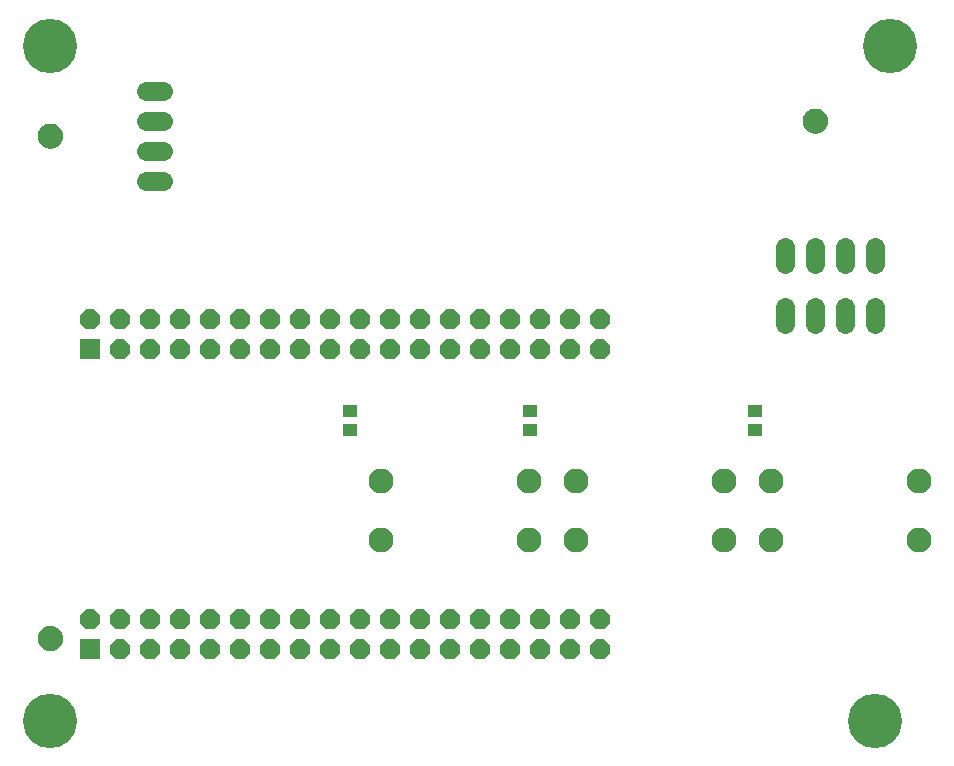
<source format=gbr>
G04 EAGLE Gerber RS-274X export*
G75*
%MOMM*%
%FSLAX34Y34*%
%LPD*%
%INSoldermask Bottom*%
%IPPOS*%
%AMOC8*
5,1,8,0,0,1.08239X$1,22.5*%
G01*
%ADD10C,0.609600*%
%ADD11C,1.168400*%
%ADD12C,4.597400*%
%ADD13R,1.183641X1.102359*%
%ADD14C,2.112400*%
%ADD15R,1.676400X1.676400*%
%ADD16P,1.814519X8X22.500000*%
%ADD17C,1.574800*%


D10*
X55880Y539750D02*
X55882Y539937D01*
X55889Y540124D01*
X55901Y540311D01*
X55917Y540497D01*
X55937Y540683D01*
X55962Y540868D01*
X55992Y541053D01*
X56026Y541237D01*
X56065Y541420D01*
X56108Y541602D01*
X56156Y541782D01*
X56208Y541962D01*
X56265Y542140D01*
X56325Y542317D01*
X56391Y542492D01*
X56460Y542666D01*
X56534Y542838D01*
X56612Y543008D01*
X56694Y543176D01*
X56780Y543342D01*
X56870Y543506D01*
X56964Y543667D01*
X57062Y543827D01*
X57164Y543983D01*
X57270Y544138D01*
X57380Y544289D01*
X57493Y544438D01*
X57610Y544584D01*
X57730Y544727D01*
X57854Y544867D01*
X57981Y545004D01*
X58112Y545138D01*
X58246Y545269D01*
X58383Y545396D01*
X58523Y545520D01*
X58666Y545640D01*
X58812Y545757D01*
X58961Y545870D01*
X59112Y545980D01*
X59267Y546086D01*
X59423Y546188D01*
X59583Y546286D01*
X59744Y546380D01*
X59908Y546470D01*
X60074Y546556D01*
X60242Y546638D01*
X60412Y546716D01*
X60584Y546790D01*
X60758Y546859D01*
X60933Y546925D01*
X61110Y546985D01*
X61288Y547042D01*
X61468Y547094D01*
X61648Y547142D01*
X61830Y547185D01*
X62013Y547224D01*
X62197Y547258D01*
X62382Y547288D01*
X62567Y547313D01*
X62753Y547333D01*
X62939Y547349D01*
X63126Y547361D01*
X63313Y547368D01*
X63500Y547370D01*
X63687Y547368D01*
X63874Y547361D01*
X64061Y547349D01*
X64247Y547333D01*
X64433Y547313D01*
X64618Y547288D01*
X64803Y547258D01*
X64987Y547224D01*
X65170Y547185D01*
X65352Y547142D01*
X65532Y547094D01*
X65712Y547042D01*
X65890Y546985D01*
X66067Y546925D01*
X66242Y546859D01*
X66416Y546790D01*
X66588Y546716D01*
X66758Y546638D01*
X66926Y546556D01*
X67092Y546470D01*
X67256Y546380D01*
X67417Y546286D01*
X67577Y546188D01*
X67733Y546086D01*
X67888Y545980D01*
X68039Y545870D01*
X68188Y545757D01*
X68334Y545640D01*
X68477Y545520D01*
X68617Y545396D01*
X68754Y545269D01*
X68888Y545138D01*
X69019Y545004D01*
X69146Y544867D01*
X69270Y544727D01*
X69390Y544584D01*
X69507Y544438D01*
X69620Y544289D01*
X69730Y544138D01*
X69836Y543983D01*
X69938Y543827D01*
X70036Y543667D01*
X70130Y543506D01*
X70220Y543342D01*
X70306Y543176D01*
X70388Y543008D01*
X70466Y542838D01*
X70540Y542666D01*
X70609Y542492D01*
X70675Y542317D01*
X70735Y542140D01*
X70792Y541962D01*
X70844Y541782D01*
X70892Y541602D01*
X70935Y541420D01*
X70974Y541237D01*
X71008Y541053D01*
X71038Y540868D01*
X71063Y540683D01*
X71083Y540497D01*
X71099Y540311D01*
X71111Y540124D01*
X71118Y539937D01*
X71120Y539750D01*
X71118Y539563D01*
X71111Y539376D01*
X71099Y539189D01*
X71083Y539003D01*
X71063Y538817D01*
X71038Y538632D01*
X71008Y538447D01*
X70974Y538263D01*
X70935Y538080D01*
X70892Y537898D01*
X70844Y537718D01*
X70792Y537538D01*
X70735Y537360D01*
X70675Y537183D01*
X70609Y537008D01*
X70540Y536834D01*
X70466Y536662D01*
X70388Y536492D01*
X70306Y536324D01*
X70220Y536158D01*
X70130Y535994D01*
X70036Y535833D01*
X69938Y535673D01*
X69836Y535517D01*
X69730Y535362D01*
X69620Y535211D01*
X69507Y535062D01*
X69390Y534916D01*
X69270Y534773D01*
X69146Y534633D01*
X69019Y534496D01*
X68888Y534362D01*
X68754Y534231D01*
X68617Y534104D01*
X68477Y533980D01*
X68334Y533860D01*
X68188Y533743D01*
X68039Y533630D01*
X67888Y533520D01*
X67733Y533414D01*
X67577Y533312D01*
X67417Y533214D01*
X67256Y533120D01*
X67092Y533030D01*
X66926Y532944D01*
X66758Y532862D01*
X66588Y532784D01*
X66416Y532710D01*
X66242Y532641D01*
X66067Y532575D01*
X65890Y532515D01*
X65712Y532458D01*
X65532Y532406D01*
X65352Y532358D01*
X65170Y532315D01*
X64987Y532276D01*
X64803Y532242D01*
X64618Y532212D01*
X64433Y532187D01*
X64247Y532167D01*
X64061Y532151D01*
X63874Y532139D01*
X63687Y532132D01*
X63500Y532130D01*
X63313Y532132D01*
X63126Y532139D01*
X62939Y532151D01*
X62753Y532167D01*
X62567Y532187D01*
X62382Y532212D01*
X62197Y532242D01*
X62013Y532276D01*
X61830Y532315D01*
X61648Y532358D01*
X61468Y532406D01*
X61288Y532458D01*
X61110Y532515D01*
X60933Y532575D01*
X60758Y532641D01*
X60584Y532710D01*
X60412Y532784D01*
X60242Y532862D01*
X60074Y532944D01*
X59908Y533030D01*
X59744Y533120D01*
X59583Y533214D01*
X59423Y533312D01*
X59267Y533414D01*
X59112Y533520D01*
X58961Y533630D01*
X58812Y533743D01*
X58666Y533860D01*
X58523Y533980D01*
X58383Y534104D01*
X58246Y534231D01*
X58112Y534362D01*
X57981Y534496D01*
X57854Y534633D01*
X57730Y534773D01*
X57610Y534916D01*
X57493Y535062D01*
X57380Y535211D01*
X57270Y535362D01*
X57164Y535517D01*
X57062Y535673D01*
X56964Y535833D01*
X56870Y535994D01*
X56780Y536158D01*
X56694Y536324D01*
X56612Y536492D01*
X56534Y536662D01*
X56460Y536834D01*
X56391Y537008D01*
X56325Y537183D01*
X56265Y537360D01*
X56208Y537538D01*
X56156Y537718D01*
X56108Y537898D01*
X56065Y538080D01*
X56026Y538263D01*
X55992Y538447D01*
X55962Y538632D01*
X55937Y538817D01*
X55917Y539003D01*
X55901Y539189D01*
X55889Y539376D01*
X55882Y539563D01*
X55880Y539750D01*
D11*
X63500Y539750D03*
D10*
X55880Y114300D02*
X55882Y114487D01*
X55889Y114674D01*
X55901Y114861D01*
X55917Y115047D01*
X55937Y115233D01*
X55962Y115418D01*
X55992Y115603D01*
X56026Y115787D01*
X56065Y115970D01*
X56108Y116152D01*
X56156Y116332D01*
X56208Y116512D01*
X56265Y116690D01*
X56325Y116867D01*
X56391Y117042D01*
X56460Y117216D01*
X56534Y117388D01*
X56612Y117558D01*
X56694Y117726D01*
X56780Y117892D01*
X56870Y118056D01*
X56964Y118217D01*
X57062Y118377D01*
X57164Y118533D01*
X57270Y118688D01*
X57380Y118839D01*
X57493Y118988D01*
X57610Y119134D01*
X57730Y119277D01*
X57854Y119417D01*
X57981Y119554D01*
X58112Y119688D01*
X58246Y119819D01*
X58383Y119946D01*
X58523Y120070D01*
X58666Y120190D01*
X58812Y120307D01*
X58961Y120420D01*
X59112Y120530D01*
X59267Y120636D01*
X59423Y120738D01*
X59583Y120836D01*
X59744Y120930D01*
X59908Y121020D01*
X60074Y121106D01*
X60242Y121188D01*
X60412Y121266D01*
X60584Y121340D01*
X60758Y121409D01*
X60933Y121475D01*
X61110Y121535D01*
X61288Y121592D01*
X61468Y121644D01*
X61648Y121692D01*
X61830Y121735D01*
X62013Y121774D01*
X62197Y121808D01*
X62382Y121838D01*
X62567Y121863D01*
X62753Y121883D01*
X62939Y121899D01*
X63126Y121911D01*
X63313Y121918D01*
X63500Y121920D01*
X63687Y121918D01*
X63874Y121911D01*
X64061Y121899D01*
X64247Y121883D01*
X64433Y121863D01*
X64618Y121838D01*
X64803Y121808D01*
X64987Y121774D01*
X65170Y121735D01*
X65352Y121692D01*
X65532Y121644D01*
X65712Y121592D01*
X65890Y121535D01*
X66067Y121475D01*
X66242Y121409D01*
X66416Y121340D01*
X66588Y121266D01*
X66758Y121188D01*
X66926Y121106D01*
X67092Y121020D01*
X67256Y120930D01*
X67417Y120836D01*
X67577Y120738D01*
X67733Y120636D01*
X67888Y120530D01*
X68039Y120420D01*
X68188Y120307D01*
X68334Y120190D01*
X68477Y120070D01*
X68617Y119946D01*
X68754Y119819D01*
X68888Y119688D01*
X69019Y119554D01*
X69146Y119417D01*
X69270Y119277D01*
X69390Y119134D01*
X69507Y118988D01*
X69620Y118839D01*
X69730Y118688D01*
X69836Y118533D01*
X69938Y118377D01*
X70036Y118217D01*
X70130Y118056D01*
X70220Y117892D01*
X70306Y117726D01*
X70388Y117558D01*
X70466Y117388D01*
X70540Y117216D01*
X70609Y117042D01*
X70675Y116867D01*
X70735Y116690D01*
X70792Y116512D01*
X70844Y116332D01*
X70892Y116152D01*
X70935Y115970D01*
X70974Y115787D01*
X71008Y115603D01*
X71038Y115418D01*
X71063Y115233D01*
X71083Y115047D01*
X71099Y114861D01*
X71111Y114674D01*
X71118Y114487D01*
X71120Y114300D01*
X71118Y114113D01*
X71111Y113926D01*
X71099Y113739D01*
X71083Y113553D01*
X71063Y113367D01*
X71038Y113182D01*
X71008Y112997D01*
X70974Y112813D01*
X70935Y112630D01*
X70892Y112448D01*
X70844Y112268D01*
X70792Y112088D01*
X70735Y111910D01*
X70675Y111733D01*
X70609Y111558D01*
X70540Y111384D01*
X70466Y111212D01*
X70388Y111042D01*
X70306Y110874D01*
X70220Y110708D01*
X70130Y110544D01*
X70036Y110383D01*
X69938Y110223D01*
X69836Y110067D01*
X69730Y109912D01*
X69620Y109761D01*
X69507Y109612D01*
X69390Y109466D01*
X69270Y109323D01*
X69146Y109183D01*
X69019Y109046D01*
X68888Y108912D01*
X68754Y108781D01*
X68617Y108654D01*
X68477Y108530D01*
X68334Y108410D01*
X68188Y108293D01*
X68039Y108180D01*
X67888Y108070D01*
X67733Y107964D01*
X67577Y107862D01*
X67417Y107764D01*
X67256Y107670D01*
X67092Y107580D01*
X66926Y107494D01*
X66758Y107412D01*
X66588Y107334D01*
X66416Y107260D01*
X66242Y107191D01*
X66067Y107125D01*
X65890Y107065D01*
X65712Y107008D01*
X65532Y106956D01*
X65352Y106908D01*
X65170Y106865D01*
X64987Y106826D01*
X64803Y106792D01*
X64618Y106762D01*
X64433Y106737D01*
X64247Y106717D01*
X64061Y106701D01*
X63874Y106689D01*
X63687Y106682D01*
X63500Y106680D01*
X63313Y106682D01*
X63126Y106689D01*
X62939Y106701D01*
X62753Y106717D01*
X62567Y106737D01*
X62382Y106762D01*
X62197Y106792D01*
X62013Y106826D01*
X61830Y106865D01*
X61648Y106908D01*
X61468Y106956D01*
X61288Y107008D01*
X61110Y107065D01*
X60933Y107125D01*
X60758Y107191D01*
X60584Y107260D01*
X60412Y107334D01*
X60242Y107412D01*
X60074Y107494D01*
X59908Y107580D01*
X59744Y107670D01*
X59583Y107764D01*
X59423Y107862D01*
X59267Y107964D01*
X59112Y108070D01*
X58961Y108180D01*
X58812Y108293D01*
X58666Y108410D01*
X58523Y108530D01*
X58383Y108654D01*
X58246Y108781D01*
X58112Y108912D01*
X57981Y109046D01*
X57854Y109183D01*
X57730Y109323D01*
X57610Y109466D01*
X57493Y109612D01*
X57380Y109761D01*
X57270Y109912D01*
X57164Y110067D01*
X57062Y110223D01*
X56964Y110383D01*
X56870Y110544D01*
X56780Y110708D01*
X56694Y110874D01*
X56612Y111042D01*
X56534Y111212D01*
X56460Y111384D01*
X56391Y111558D01*
X56325Y111733D01*
X56265Y111910D01*
X56208Y112088D01*
X56156Y112268D01*
X56108Y112448D01*
X56065Y112630D01*
X56026Y112813D01*
X55992Y112997D01*
X55962Y113182D01*
X55937Y113367D01*
X55917Y113553D01*
X55901Y113739D01*
X55889Y113926D01*
X55882Y114113D01*
X55880Y114300D01*
D11*
X63500Y114300D03*
D10*
X703580Y552450D02*
X703582Y552637D01*
X703589Y552824D01*
X703601Y553011D01*
X703617Y553197D01*
X703637Y553383D01*
X703662Y553568D01*
X703692Y553753D01*
X703726Y553937D01*
X703765Y554120D01*
X703808Y554302D01*
X703856Y554482D01*
X703908Y554662D01*
X703965Y554840D01*
X704025Y555017D01*
X704091Y555192D01*
X704160Y555366D01*
X704234Y555538D01*
X704312Y555708D01*
X704394Y555876D01*
X704480Y556042D01*
X704570Y556206D01*
X704664Y556367D01*
X704762Y556527D01*
X704864Y556683D01*
X704970Y556838D01*
X705080Y556989D01*
X705193Y557138D01*
X705310Y557284D01*
X705430Y557427D01*
X705554Y557567D01*
X705681Y557704D01*
X705812Y557838D01*
X705946Y557969D01*
X706083Y558096D01*
X706223Y558220D01*
X706366Y558340D01*
X706512Y558457D01*
X706661Y558570D01*
X706812Y558680D01*
X706967Y558786D01*
X707123Y558888D01*
X707283Y558986D01*
X707444Y559080D01*
X707608Y559170D01*
X707774Y559256D01*
X707942Y559338D01*
X708112Y559416D01*
X708284Y559490D01*
X708458Y559559D01*
X708633Y559625D01*
X708810Y559685D01*
X708988Y559742D01*
X709168Y559794D01*
X709348Y559842D01*
X709530Y559885D01*
X709713Y559924D01*
X709897Y559958D01*
X710082Y559988D01*
X710267Y560013D01*
X710453Y560033D01*
X710639Y560049D01*
X710826Y560061D01*
X711013Y560068D01*
X711200Y560070D01*
X711387Y560068D01*
X711574Y560061D01*
X711761Y560049D01*
X711947Y560033D01*
X712133Y560013D01*
X712318Y559988D01*
X712503Y559958D01*
X712687Y559924D01*
X712870Y559885D01*
X713052Y559842D01*
X713232Y559794D01*
X713412Y559742D01*
X713590Y559685D01*
X713767Y559625D01*
X713942Y559559D01*
X714116Y559490D01*
X714288Y559416D01*
X714458Y559338D01*
X714626Y559256D01*
X714792Y559170D01*
X714956Y559080D01*
X715117Y558986D01*
X715277Y558888D01*
X715433Y558786D01*
X715588Y558680D01*
X715739Y558570D01*
X715888Y558457D01*
X716034Y558340D01*
X716177Y558220D01*
X716317Y558096D01*
X716454Y557969D01*
X716588Y557838D01*
X716719Y557704D01*
X716846Y557567D01*
X716970Y557427D01*
X717090Y557284D01*
X717207Y557138D01*
X717320Y556989D01*
X717430Y556838D01*
X717536Y556683D01*
X717638Y556527D01*
X717736Y556367D01*
X717830Y556206D01*
X717920Y556042D01*
X718006Y555876D01*
X718088Y555708D01*
X718166Y555538D01*
X718240Y555366D01*
X718309Y555192D01*
X718375Y555017D01*
X718435Y554840D01*
X718492Y554662D01*
X718544Y554482D01*
X718592Y554302D01*
X718635Y554120D01*
X718674Y553937D01*
X718708Y553753D01*
X718738Y553568D01*
X718763Y553383D01*
X718783Y553197D01*
X718799Y553011D01*
X718811Y552824D01*
X718818Y552637D01*
X718820Y552450D01*
X718818Y552263D01*
X718811Y552076D01*
X718799Y551889D01*
X718783Y551703D01*
X718763Y551517D01*
X718738Y551332D01*
X718708Y551147D01*
X718674Y550963D01*
X718635Y550780D01*
X718592Y550598D01*
X718544Y550418D01*
X718492Y550238D01*
X718435Y550060D01*
X718375Y549883D01*
X718309Y549708D01*
X718240Y549534D01*
X718166Y549362D01*
X718088Y549192D01*
X718006Y549024D01*
X717920Y548858D01*
X717830Y548694D01*
X717736Y548533D01*
X717638Y548373D01*
X717536Y548217D01*
X717430Y548062D01*
X717320Y547911D01*
X717207Y547762D01*
X717090Y547616D01*
X716970Y547473D01*
X716846Y547333D01*
X716719Y547196D01*
X716588Y547062D01*
X716454Y546931D01*
X716317Y546804D01*
X716177Y546680D01*
X716034Y546560D01*
X715888Y546443D01*
X715739Y546330D01*
X715588Y546220D01*
X715433Y546114D01*
X715277Y546012D01*
X715117Y545914D01*
X714956Y545820D01*
X714792Y545730D01*
X714626Y545644D01*
X714458Y545562D01*
X714288Y545484D01*
X714116Y545410D01*
X713942Y545341D01*
X713767Y545275D01*
X713590Y545215D01*
X713412Y545158D01*
X713232Y545106D01*
X713052Y545058D01*
X712870Y545015D01*
X712687Y544976D01*
X712503Y544942D01*
X712318Y544912D01*
X712133Y544887D01*
X711947Y544867D01*
X711761Y544851D01*
X711574Y544839D01*
X711387Y544832D01*
X711200Y544830D01*
X711013Y544832D01*
X710826Y544839D01*
X710639Y544851D01*
X710453Y544867D01*
X710267Y544887D01*
X710082Y544912D01*
X709897Y544942D01*
X709713Y544976D01*
X709530Y545015D01*
X709348Y545058D01*
X709168Y545106D01*
X708988Y545158D01*
X708810Y545215D01*
X708633Y545275D01*
X708458Y545341D01*
X708284Y545410D01*
X708112Y545484D01*
X707942Y545562D01*
X707774Y545644D01*
X707608Y545730D01*
X707444Y545820D01*
X707283Y545914D01*
X707123Y546012D01*
X706967Y546114D01*
X706812Y546220D01*
X706661Y546330D01*
X706512Y546443D01*
X706366Y546560D01*
X706223Y546680D01*
X706083Y546804D01*
X705946Y546931D01*
X705812Y547062D01*
X705681Y547196D01*
X705554Y547333D01*
X705430Y547473D01*
X705310Y547616D01*
X705193Y547762D01*
X705080Y547911D01*
X704970Y548062D01*
X704864Y548217D01*
X704762Y548373D01*
X704664Y548533D01*
X704570Y548694D01*
X704480Y548858D01*
X704394Y549024D01*
X704312Y549192D01*
X704234Y549362D01*
X704160Y549534D01*
X704091Y549708D01*
X704025Y549883D01*
X703965Y550060D01*
X703908Y550238D01*
X703856Y550418D01*
X703808Y550598D01*
X703765Y550780D01*
X703726Y550963D01*
X703692Y551147D01*
X703662Y551332D01*
X703637Y551517D01*
X703617Y551703D01*
X703601Y551889D01*
X703589Y552076D01*
X703582Y552263D01*
X703580Y552450D01*
D11*
X711200Y552450D03*
D12*
X762000Y44450D03*
X63500Y44450D03*
X774700Y615950D03*
X63500Y615950D03*
D13*
X660400Y290449D03*
X660400Y306451D03*
X469900Y290449D03*
X469900Y306451D03*
X317500Y290449D03*
X317500Y306451D03*
D14*
X799100Y197250D03*
X799100Y247250D03*
X674100Y247250D03*
X674100Y197250D03*
X634000Y197250D03*
X634000Y247250D03*
X509000Y247250D03*
X509000Y197250D03*
X468900Y197250D03*
X468900Y247250D03*
X343900Y247250D03*
X343900Y197250D03*
D15*
X97200Y105150D03*
D16*
X97200Y130550D03*
X122600Y105150D03*
X122600Y130550D03*
X148000Y105150D03*
X148000Y130550D03*
X173400Y105150D03*
X173400Y130550D03*
X198800Y105150D03*
X198800Y130550D03*
X224200Y105150D03*
X224200Y130550D03*
X249600Y105150D03*
X249600Y130550D03*
X275000Y105150D03*
X275000Y130550D03*
X300400Y105150D03*
X300400Y130550D03*
X325800Y105150D03*
X325800Y130550D03*
X351200Y105150D03*
X351200Y130550D03*
X376600Y105150D03*
X376600Y130550D03*
X402000Y105150D03*
X402000Y130550D03*
X427400Y105150D03*
X427400Y130550D03*
X452800Y105150D03*
X452800Y130550D03*
X478200Y105150D03*
X478200Y130550D03*
X503600Y105150D03*
X503600Y130550D03*
X529000Y105150D03*
X529000Y130550D03*
D15*
X97200Y359150D03*
D16*
X97200Y384550D03*
X122600Y359150D03*
X122600Y384550D03*
X148000Y359150D03*
X148000Y384550D03*
X173400Y359150D03*
X173400Y384550D03*
X198800Y359150D03*
X198800Y384550D03*
X224200Y359150D03*
X224200Y384550D03*
X249600Y359150D03*
X249600Y384550D03*
X275000Y359150D03*
X275000Y384550D03*
X300400Y359150D03*
X300400Y384550D03*
X325800Y359150D03*
X325800Y384550D03*
X351200Y359150D03*
X351200Y384550D03*
X376600Y359150D03*
X376600Y384550D03*
X402000Y359150D03*
X402000Y384550D03*
X427400Y359150D03*
X427400Y384550D03*
X452800Y359150D03*
X452800Y384550D03*
X478200Y359150D03*
X478200Y384550D03*
X503600Y359150D03*
X503600Y384550D03*
X529000Y359150D03*
X529000Y384550D03*
D17*
X685800Y431038D02*
X685800Y445262D01*
X711200Y445262D02*
X711200Y431038D01*
X736600Y431038D02*
X736600Y445262D01*
X762000Y445262D02*
X762000Y431038D01*
X685800Y394462D02*
X685800Y380238D01*
X711200Y380238D02*
X711200Y394462D01*
X736600Y394462D02*
X736600Y380238D01*
X762000Y380238D02*
X762000Y394462D01*
X159512Y577850D02*
X145288Y577850D01*
X145288Y552450D02*
X159512Y552450D01*
X159512Y527050D02*
X145288Y527050D01*
X145288Y501650D02*
X159512Y501650D01*
M02*

</source>
